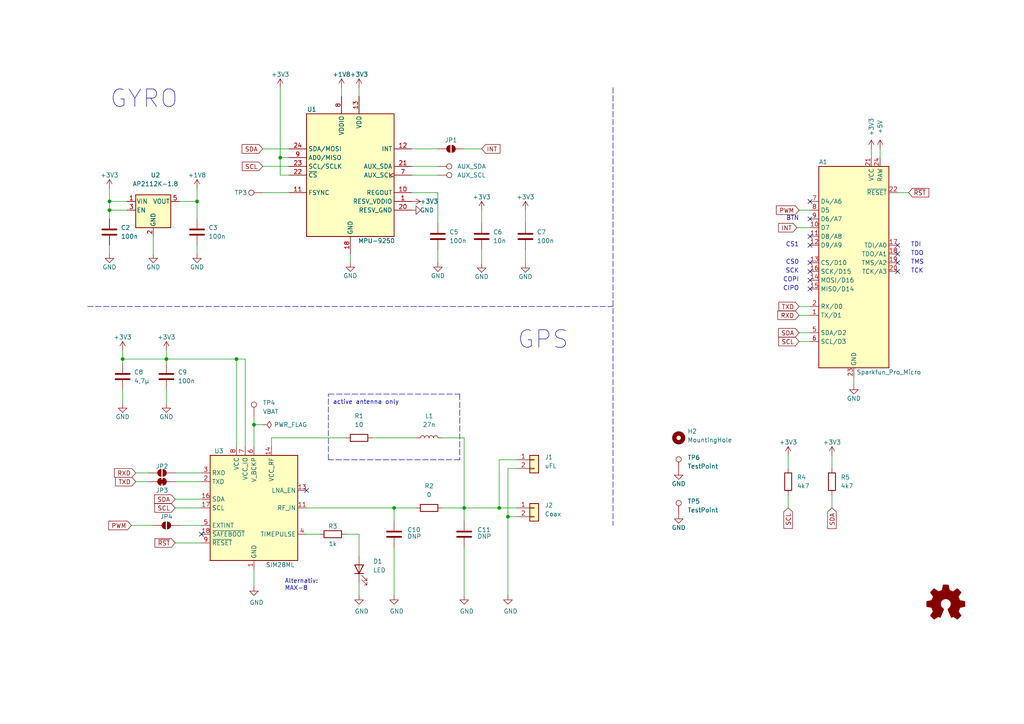
<source format=kicad_sch>
(kicad_sch (version 20231120) (generator "eeschema") (generator_version "8.0")
  (paper "A4")
  (title_block (title "ProMicro_POS") (date "2021-03-12") (rev "v3.4"))
  (lib_symbols
    (symbol "Connector:TestPoint" (pin_numbers hide) (pin_names (offset 0.762) hide)
      (property "Reference" "TP" (at 0 6.858 0))
      (property "Value" "TestPoint" (at 0 5.08 0))
      (symbol "TestPoint_0_1"
        (circle (center 0 3.302) (radius 0.762))
      )
      (symbol "TestPoint_1_1"
        (pin passive line (at 0 0 90) (length 2.54) (name "1") (number "1"))
      )
    )
    (symbol "Connector_Generic:Conn_01x02" (pin_names (offset 1.016) hide)
      (property "Reference" "J" (at 0 2.54 0))
      (property "Value" "Conn_01x02" (at 0 -5.08 0))
      (symbol "Conn_01x02_1_1"
        (rectangle (start -1.27 -2.413) (end 0 -2.667) (stroke (width 0.1524)))
        (rectangle (start -1.27 0.127) (end 0 -0.127) (stroke (width 0.1524)))
        (rectangle (start -1.27 1.27) (end 1.27 -3.81) (stroke (width 0.254)) (fill (type background)))
        (pin passive line (at -5.08 0 0) (length 3.81) (name "Pin_1") (number "1"))
        (pin passive line (at -5.08 -2.54 0) (length 3.81) (name "Pin_2") (number "2"))
      )
    )
    (symbol "Device:C" (pin_numbers hide) (pin_names (offset 0.254))
      (property "Reference" "C" (at 0.635 2.54 0))
      (property "Value" "C" (at 0.635 -2.54 0))
      (symbol "C_0_1"
        (polyline (pts (xy -2.032 -0.762) (xy 2.032 -0.762)) (stroke (width 0.508)))
        (polyline (pts (xy -2.032 0.762) (xy 2.032 0.762)) (stroke (width 0.508)))
      )
      (symbol "C_1_1"
        (pin passive line (at 0 3.81 270) (length 2.794) (name "~") (number "1"))
        (pin passive line (at 0 -3.81 90) (length 2.794) (name "~") (number "2"))
      )
    )
    (symbol "Device:L" (pin_numbers hide) (pin_names (offset 1.016) hide)
      (property "Reference" "L" (at -1.27 0 90))
      (property "Value" "L" (at 1.905 0 90))
      (symbol "L_0_1"
        (arc (start 0 -2.54) (mid 0.6323 -1.905) (end 0 -1.27))
        (arc (start 0 -1.27) (mid 0.6323 -0.635) (end 0 0))
        (arc (start 0 0) (mid 0.6323 0.635) (end 0 1.27))
        (arc (start 0 1.27) (mid 0.6323 1.905) (end 0 2.54))
      )
      (symbol "L_1_1"
        (pin passive line (at 0 3.81 270) (length 1.27) (name "1") (number "1"))
        (pin passive line (at 0 -3.81 90) (length 1.27) (name "2") (number "2"))
      )
    )
    (symbol "Device:LED" (pin_numbers hide) (pin_names (offset 1.016) hide)
      (property "Reference" "D" (at 0 2.54 0))
      (property "Value" "LED" (at 0 -2.54 0))
      (symbol "LED_0_1"
        (polyline (pts (xy -1.27 -1.27) (xy -1.27 1.27)) (stroke (width 0.254)))
        (polyline (pts (xy -1.27 0) (xy 1.27 0)))
        (polyline (pts (xy 1.27 -1.27) (xy 1.27 1.27) (xy -1.27 0) (xy 1.27 -1.27)) (stroke (width 0.254)))
        (polyline (pts (xy -3.048 -0.762) (xy -4.572 -2.286) (xy -3.81 -2.286) (xy -4.572 -2.286) (xy -4.572 -1.524)))
        (polyline (pts (xy -1.778 -0.762) (xy -3.302 -2.286) (xy -2.54 -2.286) (xy -3.302 -2.286) (xy -3.302 -1.524)))
      )
      (symbol "LED_1_1"
        (pin passive line (at -3.81 0 0) (length 2.54) (name "K") (number "1"))
        (pin passive line (at 3.81 0 180) (length 2.54) (name "A") (number "2"))
      )
    )
    (symbol "Device:R" (pin_numbers hide) (pin_names (offset 0))
      (property "Reference" "R" (at 2.032 0 90))
      (property "Value" "R" (at 0 0 90))
      (symbol "R_0_1"
        (rectangle (start -1.016 -2.54) (end 1.016 2.54) (stroke (width 0.254)))
      )
      (symbol "R_1_1"
        (pin passive line (at 0 3.81 270) (length 1.27) (name "~") (number "1"))
        (pin passive line (at 0 -3.81 90) (length 1.27) (name "~") (number "2"))
      )
    )
    (symbol "Graphic:Logo_Open_Hardware_Small" (in_bom no) (on_board no)
      (symbol "Logo_Open_Hardware_Small_0_1"
        (polyline (pts (xy 3.3528 -4.3434) (xy 3.302 -4.318) (xy 3.175 -4.2418) (xy 2.9972 -4.1148) (xy 2.7686 -3.9624) (xy 2.54 -3.81) (xy 2.3622 -3.7084) (xy 2.2352 -3.6068) (xy 2.1844 -3.5814) (xy 2.159 -3.6068) (xy 2.0574 -3.6576) (xy 1.905 -3.7338) (xy 1.8034 -3.7846) (xy 1.6764 -3.8354) (xy 1.6002 -3.8354) (xy 1.6002 -3.8354) (xy 1.5494 -3.7338) (xy 1.4732 -3.5306) (xy 1.3462 -3.302) (xy 1.2446 -3.0226) (xy 1.1176 -2.7178) (xy 0.9652 -2.413) (xy 0.8636 -2.1082) (xy 0.7366 -1.8288) (xy 0.6604 -1.6256) (xy 0.6096 -1.4732) (xy 0.5842 -1.397) (xy 0.5842 -1.397) (xy 0.6604 -1.3208) (xy 0.7874 -1.2446) (xy 1.0414 -1.016) (xy 1.2954 -0.6858) (xy 1.4478 -0.3302) (xy 1.524 0.0762) (xy 1.4732 0.4572) (xy 1.3208 0.8128) (xy 1.0668 1.143) (xy 0.762 1.3716) (xy 0.4064 1.524) (xy 0 1.5748) (xy -0.381 1.5494) (xy -0.7366 1.397) (xy -1.0668 1.143) (xy -1.2192 0.9906) (xy -1.397 0.6604) (xy -1.524 0.3048) (xy -1.524 0.2286) (xy -1.4986 -0.1778) (xy -1.397 -0.5334) (xy -1.1938 -0.8636) (xy -0.9144 -1.143) (xy -0.8636 -1.1684) (xy -0.7366 -1.27) (xy -0.635 -1.3462) (xy -0.5842 -1.397) (xy -1.0668 -2.5908) (xy -1.143 -2.794) (xy -1.2954 -3.1242) (xy -1.397 -3.4036) (xy -1.4986 -3.6322) (xy -1.5748 -3.7846) (xy -1.6002 -3.8354) (xy -1.6002 -3.8354) (xy -1.651 -3.8354) (xy -1.7272 -3.81) (xy -1.905 -3.7338) (xy -2.0066 -3.683) (xy -2.1336 -3.6068) (xy -2.2098 -3.5814) (xy -2.2606 -3.6068) (xy -2.3622 -3.683) (xy -2.54 -3.81) (xy -2.7686 -3.9624) (xy -2.9718 -4.0894) (xy -3.1496 -4.2164) (xy -3.302 -4.318) (xy -3.3528 -4.3434) (xy -3.3782 -4.3434) (xy -3.429 -4.318) (xy -3.5306 -4.2164) (xy -3.7084 -4.064) (xy -3.937 -3.8354) (xy -3.9624 -3.81) (xy -4.1656 -3.6068) (xy -4.318 -3.4544) (xy -4.4196 -3.3274) (xy -4.445 -3.2766) (xy -4.445 -3.2766) (xy -4.4196 -3.2258) (xy -4.318 -3.0734) (xy -4.2164 -2.8956) (xy -4.064 -2.667) (xy -3.6576 -2.0828) (xy -3.8862 -1.5494) (xy -3.937 -1.3716) (xy -4.0386 -1.1684) (xy -4.0894 -1.0414) (xy -4.1148 -0.9652) (xy -4.191 -0.9398) (xy -4.318 -0.9144) (xy -4.5466 -0.8636) (xy -4.8006 -0.8128) (xy -5.0546 -0.7874) (xy -5.2578 -0.7366) (xy -5.4356 -0.7112) (xy -5.5118 -0.6858) (xy -5.5118 -0.6858) (xy -5.5372 -0.635) (xy -5.5372 -0.5588) (xy -5.5372 -0.4318) (xy -5.5626 -0.2286) (xy -5.5626 0.0762) (xy -5.5626 0.127) (xy -5.5372 0.4064) (xy -5.5372 0.635) (xy -5.5372 0.762) (xy -5.5372 0.8382) (xy -5.5372 0.8382) (xy -5.461 0.8382) (xy -5.3086 0.889) (xy -5.08 0.9144) (xy -4.826 0.9652) (xy -4.8006 0.9906) (xy -4.5466 1.0414) (xy -4.318 1.0668) (xy -4.1656 1.1176) (xy -4.0894 1.143) (xy -4.0894 1.143) (xy -4.0386 1.2446) (xy -3.9624 1.4224) (xy -3.8608 1.6256) (xy -3.7846 1.8288) (xy -3.7084 2.0066) (xy -3.6576 2.159) (xy -3.6322 2.2098) (xy -3.6322 2.2098) (xy -3.683 2.286) (xy -3.7592 2.413) (xy -3.8862 2.5908) (xy -4.064 2.8194) (xy -4.064 2.8448) (xy -4.2164 3.0734) (xy -4.3434 3.2512) (xy -4.4196 3.3782) (xy -4.445 3.4544) (xy -4.445 3.4544) (xy -4.3942 3.5052) (xy -4.2926 3.6322) (xy -4.1148 3.81) (xy -3.937 4.0132) (xy -3.8608 4.064) (xy -3.6576 4.2926) (xy -3.5052 4.4196) (xy -3.4036 4.4958) (xy -3.3528 4.5212) (xy -3.3528 4.5212) (xy -3.302 4.4704) (xy -3.1496 4.3688) (xy -2.9718 4.2418) (xy -2.7432 4.0894) (xy -2.7178 4.0894) (xy -2.4892 3.937) (xy -2.3114 3.81) (xy -2.1844 3.7084) (xy -2.1336 3.683) (xy -2.1082 3.683) (xy -2.032 3.7084) (xy -1.8542 3.7592) (xy -1.6764 3.8354) (xy -1.4732 3.937) (xy -1.27 4.0132) (xy -1.143 4.064) (xy -1.0668 4.1148) (xy -1.0668 4.1148) (xy -1.0414 4.191) (xy -1.016 4.3434) (xy -0.9652 4.572) (xy -0.9144 4.8514) (xy -0.889 4.9022) (xy -0.8382 5.1562) (xy -0.8128 5.3848) (xy -0.7874 5.5372) (xy -0.762 5.588) (xy -0.7112 5.6134) (xy -0.5842 5.6134) (xy -0.4064 5.6134) (xy -0.1524 5.6134) (xy 0.0762 5.6134) (xy 0.3302 5.6134) (xy 0.5334 5.6134) (xy 0.6858 5.588) (xy 0.7366 5.588) (xy 0.7366 5.588) (xy 0.762 5.5118) (xy 0.8128 5.334) (xy 0.8382 5.1054) (xy 0.9144 4.826) (xy 0.9144 4.7752) (xy 0.9652 4.5212) (xy 1.016 4.2926) (xy 1.0414 4.1402) (xy 1.0668 4.0894) (xy 1.0668 4.0894) (xy 1.1938 4.0386) (xy 1.3716 3.9624) (xy 1.5748 3.8608) (xy 2.0828 3.6576) (xy 2.7178 4.0894) (xy 2.7686 4.1402) (xy 2.9972 4.2926) (xy 3.175 4.4196) (xy 3.302 4.4958) (xy 3.3782 4.5212) (xy 3.3782 4.5212) (xy 3.429 4.4704) (xy 3.556 4.3434) (xy 3.7338 4.191) (xy 3.9116 3.9878) (xy 4.064 3.8354) (xy 4.2418 3.6576) (xy 4.3434 3.556) (xy 4.4196 3.4798) (xy 4.4196 3.429) (xy 4.4196 3.4036) (xy 4.3942 3.3274) (xy 4.2926 3.2004) (xy 4.1656 2.9972) (xy 4.0132 2.794) (xy 3.8862 2.5908) (xy 3.7592 2.3876) (xy 3.6576 2.2352) (xy 3.6322 2.159) (xy 3.6322 2.1336) (xy 3.683 2.0066) (xy 3.7592 1.8288) (xy 3.8608 1.6002) (xy 4.064 1.1176) (xy 4.3942 1.0414) (xy 4.5974 1.016) (xy 4.8768 0.9652) (xy 5.1308 0.9144) (xy 5.5372 0.8382) (xy 5.5626 -0.6604) (xy 5.4864 -0.6858) (xy 5.4356 -0.6858) (xy 5.2832 -0.7366) (xy 5.0546 -0.762) (xy 4.8006 -0.8128) (xy 4.5974 -0.8636) (xy 4.3688 -0.9144) (xy 4.2164 -0.9398) (xy 4.1402 -0.9398) (xy 4.1148 -0.9652) (xy 4.064 -1.0668) (xy 3.9878 -1.2446) (xy 3.9116 -1.4478) (xy 3.81 -1.651) (xy 3.7338 -1.8542) (xy 3.683 -2.0066) (xy 3.6576 -2.0828) (xy 3.683 -2.1336) (xy 3.7846 -2.2606) (xy 3.8862 -2.4638) (xy 4.0386 -2.667) (xy 4.191 -2.8956) (xy 4.318 -3.0734) (xy 4.3942 -3.2004) (xy 4.445 -3.2766) (xy 4.4196 -3.3274) (xy 4.3434 -3.429) (xy 4.1656 -3.5814) (xy 3.937 -3.8354) (xy 3.8862 -3.8608) (xy 3.683 -4.064) (xy 3.5306 -4.2164) (xy 3.4036 -4.318) (xy 3.3528 -4.3434)) (fill (type outline)))
      )
    )
    (symbol "Jumper:SolderJumper_2_Bridged" (pin_numbers hide) (pin_names (offset 0) hide) (exclude_from_sim yes) (in_bom no)
      (property "Reference" "JP" (at 0 2.032 0))
      (property "Value" "SolderJumper_2_Bridged" (at 0 -2.54 0))
      (symbol "SolderJumper_2_Bridged_0_1"
        (rectangle (start -0.508 0.508) (end 0.508 -0.508) (fill (type outline)))
        (arc (start -0.254 1.016) (mid -1.2656 0) (end -0.254 -1.016))
        (arc (start -0.254 1.016) (mid -1.2656 0) (end -0.254 -1.016) (fill (type outline)))
        (polyline (pts (xy -0.254 1.016) (xy -0.254 -1.016)))
        (polyline (pts (xy 0.254 1.016) (xy 0.254 -1.016)))
        (arc (start 0.254 -1.016) (mid 1.2656 0) (end 0.254 1.016))
        (arc (start 0.254 -1.016) (mid 1.2656 0) (end 0.254 1.016) (fill (type outline)))
      )
      (symbol "SolderJumper_2_Bridged_1_1"
        (pin passive line (at -3.81 0 0) (length 2.54) (name "A") (number "1"))
        (pin passive line (at 3.81 0 180) (length 2.54) (name "B") (number "2"))
      )
    )
    (symbol "Jumper:SolderJumper_2_Open" (pin_numbers hide) (pin_names (offset 0) hide) (exclude_from_sim yes) (in_bom no)
      (property "Reference" "JP" (at 0 2.032 0))
      (property "Value" "SolderJumper_2_Open" (at 0 -2.54 0))
      (symbol "SolderJumper_2_Open_0_1"
        (arc (start -0.254 1.016) (mid -1.2656 0) (end -0.254 -1.016))
        (arc (start -0.254 1.016) (mid -1.2656 0) (end -0.254 -1.016) (fill (type outline)))
        (polyline (pts (xy -0.254 1.016) (xy -0.254 -1.016)))
        (polyline (pts (xy 0.254 1.016) (xy 0.254 -1.016)))
        (arc (start 0.254 -1.016) (mid 1.2656 0) (end 0.254 1.016))
        (arc (start 0.254 -1.016) (mid 1.2656 0) (end 0.254 1.016) (fill (type outline)))
      )
      (symbol "SolderJumper_2_Open_1_1"
        (pin passive line (at -3.81 0 0) (length 2.54) (name "A") (number "1"))
        (pin passive line (at 3.81 0 180) (length 2.54) (name "B") (number "2"))
      )
    )
    (symbol "Mechanical:MountingHole" (pin_names (offset 1.016)) (exclude_from_sim yes) (in_bom no)
      (property "Reference" "H" (at 0 5.08 0))
      (property "Value" "MountingHole" (at 0 3.175 0))
      (symbol "MountingHole_0_1"
        (circle (center 0 0) (radius 1.27) (stroke (width 1.27)))
      )
    )
    (symbol "POS-rescue:+1V8-power" (power) (pin_names (offset 0))
      (property "Value" "power_+1V8" (at 0 3.556 0))
      (symbol "+1V8-power_0_1"
        (polyline (pts (xy -0.762 1.27) (xy 0 2.54)))
        (polyline (pts (xy 0 0) (xy 0 2.54)))
        (polyline (pts (xy 0 2.54) (xy 0.762 1.27)))
      )
      (symbol "+1V8-power_1_1"
        (pin power_in line (at 0 0 90) (length 0) hide (name "+1V8") (number "1"))
      )
    )
    (symbol "POS-rescue:+3V3-power" (power) (pin_names (offset 0))
      (property "Value" "power_+3V3" (at 0 3.556 0))
      (symbol "+3V3-power_0_1"
        (polyline (pts (xy -0.762 1.27) (xy 0 2.54)))
        (polyline (pts (xy 0 0) (xy 0 2.54)))
        (polyline (pts (xy 0 2.54) (xy 0.762 1.27)))
      )
      (symbol "+3V3-power_1_1"
        (pin power_in line (at 0 0 90) (length 0) hide (name "+3V3") (number "1"))
      )
    )
    (symbol "POS-rescue:+5V-power" (power) (pin_names (offset 0))
      (property "Value" "power_+5V" (at 0 3.556 0))
      (symbol "+5V-power_0_1"
        (polyline (pts (xy -0.762 1.27) (xy 0 2.54)))
        (polyline (pts (xy 0 0) (xy 0 2.54)))
        (polyline (pts (xy 0 2.54) (xy 0.762 1.27)))
      )
      (symbol "+5V-power_1_1"
        (pin power_in line (at 0 0 90) (length 0) hide (name "+5V") (number "1"))
      )
    )
    (symbol "POS-rescue:AP2112K-1.8-Regulator_Linear" (pin_names (offset 0.254))
      (property "Reference" "U" (at -5.08 5.715 0))
      (property "Value" "Regulator_Linear_AP2112K-1.8" (at 0 5.715 0))
      (symbol "AP2112K-1.8-Regulator_Linear_0_1"
        (rectangle (start -5.08 4.445) (end 5.08 -5.08) (stroke (width 0.254)) (fill (type background)))
      )
      (symbol "AP2112K-1.8-Regulator_Linear_1_1"
        (pin power_in line (at -7.62 2.54 0) (length 2.54) (name "VIN") (number "1"))
        (pin power_in line (at 0 -7.62 90) (length 2.54) (name "GND") (number "2"))
        (pin input line (at -7.62 0 0) (length 2.54) (name "EN") (number "3"))
        (pin no_connect line (at 7.62 0 180) (length 2.54) hide (name "NC") (number "4"))
        (pin power_out line (at 7.62 2.54 180) (length 2.54) (name "VOUT") (number "5"))
      )
    )
    (symbol "POS-rescue:GND-power" (power) (pin_names (offset 0))
      (property "Value" "power_GND" (at 0 -3.81 0))
      (symbol "GND-power_0_1"
        (polyline (pts (xy 0 0) (xy 0 -1.27) (xy 1.27 -1.27) (xy 0 -2.54) (xy -1.27 -1.27) (xy 0 -1.27)))
      )
      (symbol "GND-power_1_1"
        (pin power_in line (at 0 0 270) (length 0) hide (name "GND") (number "1"))
      )
    )
    (symbol "POS-rescue:MPU-9250-Sensor_Motion"
      (property "Reference" "U" (at -11.43 19.05 0))
      (property "Value" "Sensor_Motion_MPU-9250" (at 7.62 -19.05 0))
      (symbol "MPU-9250-Sensor_Motion_0_1"
        (rectangle (start -12.7 17.78) (end 12.7 -17.78) (stroke (width 0.254)) (fill (type background)))
      )
      (symbol "MPU-9250-Sensor_Motion_1_1"
        (pin input line (at 17.78 -7.62 180) (length 5.08) (name "RESV_VDDIO") (number "1"))
        (pin passive line (at 17.78 -5.08 180) (length 5.08) (name "REGOUT") (number "10"))
        (pin input line (at -17.78 -5.08 0) (length 5.08) (name "FSYNC") (number "11"))
        (pin output line (at 17.78 7.62 180) (length 5.08) (name "INT") (number "12"))
        (pin power_in line (at 2.54 22.86 270) (length 5.08) (name "VDD") (number "13"))
        (pin power_in line (at 0 -22.86 90) (length 5.08) (name "GND") (number "18"))
        (pin power_in line (at 17.78 -10.16 180) (length 5.08) (name "RESV_GND") (number "20"))
        (pin bidirectional line (at 17.78 2.54 180) (length 5.08) (name "AUX_SDA") (number "21"))
        (pin input line (at -17.78 0 0) (length 5.08) (name "~{CS}") (number "22"))
        (pin input line (at -17.78 2.54 0) (length 5.08) (name "SCL/SCLK") (number "23"))
        (pin bidirectional line (at -17.78 7.62 0) (length 5.08) (name "SDA/MOSI") (number "24"))
        (pin output clock (at 17.78 0 180) (length 5.08) (name "AUX_SCL") (number "7"))
        (pin power_in line (at -2.54 22.86 270) (length 5.08) (name "VDDIO") (number "8"))
        (pin bidirectional line (at -17.78 5.08 0) (length 5.08) (name "AD0/MISO") (number "9"))
      )
    )
    (symbol "ProMicro:Sparkfun_Pro_Micro"
      (property "Reference" "A" (at -10.16 29.21 0))
      (property "Value" "Sparkfun_Pro_Micro" (at 2.54 -31.75 0))
      (symbol "Sparkfun_Pro_Micro_0_1"
        (rectangle (start -10.16 27.94) (end 10.16 -30.48) (stroke (width 0.254)) (fill (type background)))
      )
      (symbol "Sparkfun_Pro_Micro_1_1"
        (pin bidirectional line (at -12.7 -15.24 0) (length 2.54) (name "TX/D1") (number "1"))
        (pin bidirectional line (at -12.7 10.16 0) (length 2.54) (name "D7") (number "10"))
        (pin bidirectional line (at -12.7 7.62 0) (length 2.54) (name "D8/A8") (number "11"))
        (pin bidirectional line (at -12.7 5.08 0) (length 2.54) (name "D9/A9") (number "12"))
        (pin bidirectional line (at -12.7 0 0) (length 2.54) (name "CS/D10") (number "13"))
        (pin bidirectional line (at -12.7 -5.08 0) (length 2.54) (name "MOSI/D16") (number "14"))
        (pin bidirectional line (at -12.7 -7.62 0) (length 2.54) (name "MISO/D14") (number "15"))
        (pin bidirectional line (at -12.7 -2.54 0) (length 2.54) (name "SCK/D15") (number "16"))
        (pin bidirectional line (at 12.7 5.08 180) (length 2.54) (name "TDI/A0") (number "17"))
        (pin bidirectional line (at 12.7 2.54 180) (length 2.54) (name "TDO/A1") (number "18"))
        (pin bidirectional line (at 12.7 0 180) (length 2.54) (name "TMS/A2") (number "19"))
        (pin bidirectional line (at -12.7 -12.7 0) (length 2.54) (name "RX/D0") (number "2"))
        (pin bidirectional line (at 12.7 -2.54 180) (length 2.54) (name "TCK/A3") (number "20"))
        (pin power_in line (at 5.08 30.48 270) (length 2.54) (name "VCC") (number "21"))
        (pin input line (at 12.7 20.32 180) (length 2.54) (name "~{RESET}") (number "22"))
        (pin power_in line (at 0 -33.02 90) (length 2.54) (name "GND") (number "23"))
        (pin power_in line (at 7.62 30.48 270) (length 2.54) (name "RAW") (number "24"))
        (pin passive line (at 0 -33.02 90) (length 2.54) hide (name "GND") (number "3"))
        (pin passive line (at 0 -33.02 90) (length 2.54) hide (name "GND") (number "4"))
        (pin bidirectional line (at -12.7 -20.32 0) (length 2.54) (name "SDA/D2") (number "5"))
        (pin bidirectional line (at -12.7 -22.86 0) (length 2.54) (name "SCL/D3") (number "6"))
        (pin bidirectional line (at -12.7 17.78 0) (length 2.54) (name "D4/A6") (number "7"))
        (pin bidirectional line (at -12.7 15.24 0) (length 2.54) (name "D5") (number "8"))
        (pin bidirectional line (at -12.7 12.7 0) (length 2.54) (name "D6/A7") (number "9"))
      )
    )
    (symbol "RF_GPS:MAX-8C"
      (property "Reference" "U" (at -10.16 16.51 0))
      (property "Value" "MAX-8C" (at 11.43 16.51 0))
      (symbol "MAX-8C_0_1"
        (rectangle (start 12.7 15.24) (end -12.7 -15.24) (stroke (width 0.254)) (fill (type background)))
      )
      (symbol "MAX-8C_1_1"
        (pin power_in line (at 0 -17.78 90) (length 2.54) (name "GND") (number "1"))
        (pin passive line (at 0 -17.78 90) (length 2.54) hide (name "GND") (number "10"))
        (pin input line (at 15.24 0 180) (length 2.54) (name "RF_IN") (number "11"))
        (pin passive line (at 0 -17.78 90) (length 2.54) hide (name "GND") (number "12"))
        (pin output line (at 15.24 5.08 180) (length 2.54) (name "LNA_EN") (number "13"))
        (pin power_out line (at 5.08 17.78 270) (length 2.54) (name "VCC_RF") (number "14"))
        (pin no_connect line (at 12.7 -5.08 180) (length 2.54) hide (name "Reserved") (number "15"))
        (pin bidirectional line (at -15.24 2.54 0) (length 2.54) (name "SDA") (number "16"))
        (pin input line (at -15.24 0 0) (length 2.54) (name "SCL") (number "17"))
        (pin input line (at -15.24 -7.62 0) (length 2.54) (name "~{SAFEBOOT}") (number "18"))
        (pin output line (at -15.24 7.62 0) (length 2.54) (name "TXD") (number "2"))
        (pin input line (at -15.24 10.16 0) (length 2.54) (name "RXD") (number "3"))
        (pin output line (at 15.24 -7.62 180) (length 2.54) (name "TIMEPULSE") (number "4"))
        (pin input line (at -15.24 -5.08 0) (length 2.54) (name "EXTINT") (number "5"))
        (pin power_in line (at 0 17.78 270) (length 2.54) (name "V_BCKP") (number "6"))
        (pin power_in line (at -2.54 17.78 270) (length 2.54) (name "VCC_IO") (number "7"))
        (pin power_in line (at -5.08 17.78 270) (length 2.54) (name "VCC") (number "8"))
        (pin input line (at -15.24 -10.16 0) (length 2.54) (name "~{RESET}") (number "9"))
      )
    )
    (symbol "power:PWR_FLAG" (power) (pin_numbers hide) (pin_names (offset 0) hide)
      (property "Value" "PWR_FLAG" (at 0 3.81 0))
      (symbol "PWR_FLAG_0_0"
        (pin power_out line (at 0 0 90) (length 0) (name "~") (number "1"))
      )
      (symbol "PWR_FLAG_0_1"
        (polyline (pts (xy 0 0) (xy 0 1.27) (xy -1.016 1.905) (xy 0 2.54) (xy 1.016 1.905) (xy 0 1.27)))
      )
    )
  )
  (junction (at 147.32 149.86))
  (junction (at 144.78 147.32))
  (junction (at 134.62 147.32))
  (junction (at 81.28 45.72))
  (junction (at 114.3 147.32))
  (junction (at 35.56 104.14))
  (junction (at 68.58 104.14))
  (junction (at 57.15 58.42))
  (junction (at 31.75 60.96))
  (junction (at 31.75 58.42))
  (junction (at 48.26 104.14))
  (junction (at 73.66 123.19))
  (no_connect (at 234.95 76.2))
  (no_connect (at 234.95 68.58))
  (no_connect (at 234.95 71.12))
  (no_connect (at 234.95 78.74))
  (no_connect (at 234.95 83.82))
  (no_connect (at 88.9 142.24))
  (no_connect (at 260.35 73.66))
  (no_connect (at 260.35 76.2))
  (no_connect (at 58.42 154.94))
  (no_connect (at 260.35 71.12))
  (no_connect (at 234.95 63.5))
  (no_connect (at 234.95 58.42))
  (no_connect (at 234.95 81.28))
  (no_connect (at 260.35 78.74))
  (wire (pts (xy 241.3 143.51) (xy 241.3 147.32)))
  (wire (pts (xy 31.75 58.42) (xy 36.83 58.42)))
  (wire (pts (xy 228.6 143.51) (xy 228.6 147.32)))
  (wire (pts (xy 101.6 73.66) (xy 101.6 76.2)))
  (wire (pts (xy 139.7 72.39) (xy 139.7 76.454)))
  (wire (pts (xy 76.2 43.18) (xy 83.82 43.18)))
  (wire (pts (xy 52.07 152.4) (xy 58.42 152.4)))
  (wire (pts (xy 58.42 144.78) (xy 50.8 144.78)))
  (polyline (pts (xy 133.35 114.3) (xy 133.35 133.35)) (stroke (width 0) (type dash)))
  (polyline (pts (xy 95.25 133.35) (xy 95.25 114.3)) (stroke (width 0) (type dash)))
  (wire (pts (xy 48.26 104.14) (xy 48.26 105.41)))
  (wire (pts (xy 83.82 45.72) (xy 81.28 45.72)))
  (wire (pts (xy 36.83 60.96) (xy 31.75 60.96)))
  (wire (pts (xy 78.74 129.54) (xy 78.74 127)))
  (wire (pts (xy 57.15 58.42) (xy 57.15 63.5)))
  (wire (pts (xy 147.32 135.89) (xy 147.32 149.86)))
  (wire (pts (xy 57.15 73.66) (xy 57.15 71.12)))
  (wire (pts (xy 119.38 50.8) (xy 127 50.8)))
  (wire (pts (xy 139.7 60.96) (xy 139.7 64.77)))
  (wire (pts (xy 31.75 73.66) (xy 31.75 71.12)))
  (wire (pts (xy 76.2 55.88) (xy 83.82 55.88)))
  (wire (pts (xy 68.58 129.54) (xy 68.58 104.14)))
  (wire (pts (xy 119.38 43.18) (xy 127 43.18)))
  (wire (pts (xy 127 55.88) (xy 119.38 55.88)))
  (wire (pts (xy 76.2 48.26) (xy 83.82 48.26)))
  (wire (pts (xy 231.775 91.44) (xy 234.95 91.44)))
  (wire (pts (xy 114.3 147.32) (xy 114.3 151.13)))
  (wire (pts (xy 120.65 147.32) (xy 114.3 147.32)))
  (wire (pts (xy 78.74 127) (xy 100.33 127)))
  (wire (pts (xy 104.14 168.91) (xy 104.14 172.72)))
  (wire (pts (xy 81.28 25.4) (xy 81.28 45.72)))
  (wire (pts (xy 134.62 147.32) (xy 144.78 147.32)))
  (wire (pts (xy 39.37 137.16) (xy 43.18 137.16)))
  (wire (pts (xy 50.8 139.7) (xy 58.42 139.7)))
  (wire (pts (xy 234.95 96.52) (xy 231.775 96.52)))
  (wire (pts (xy 35.56 104.14) (xy 48.26 104.14)))
  (wire (pts (xy 31.75 54.61) (xy 31.75 58.42)))
  (wire (pts (xy 119.38 48.26) (xy 127 48.26)))
  (wire (pts (xy 88.9 147.32) (xy 114.3 147.32)))
  (wire (pts (xy 231.775 60.96) (xy 234.95 60.96)))
  (wire (pts (xy 104.14 25.4) (xy 104.14 27.94)))
  (wire (pts (xy 73.66 123.19) (xy 73.66 129.54)))
  (wire (pts (xy 231.14 66.04) (xy 234.95 66.04)))
  (wire (pts (xy 57.15 54.61) (xy 57.15 58.42)))
  (wire (pts (xy 104.14 154.94) (xy 100.33 154.94)))
  (wire (pts (xy 35.56 101.6) (xy 35.56 104.14)))
  (wire (pts (xy 71.12 104.14) (xy 68.58 104.14)))
  (wire (pts (xy 228.6 132.08) (xy 228.6 135.89)))
  (wire (pts (xy 252.73 43.18) (xy 252.73 45.72)))
  (wire (pts (xy 57.15 58.42) (xy 52.07 58.42)))
  (wire (pts (xy 71.12 129.54) (xy 71.12 104.14)))
  (wire (pts (xy 81.28 45.72) (xy 81.28 50.8)))
  (wire (pts (xy 44.45 68.58) (xy 44.45 73.66)))
  (wire (pts (xy 231.775 99.06) (xy 234.95 99.06)))
  (wire (pts (xy 241.3 132.08) (xy 241.3 135.89)))
  (wire (pts (xy 139.7 43.18) (xy 134.62 43.18)))
  (polyline (pts (xy 95.25 114.3) (xy 133.35 114.3)) (stroke (width 0) (type dash)))
  (wire (pts (xy 35.56 104.14) (xy 35.56 105.41)))
  (wire (pts (xy 128.27 127) (xy 134.62 127)))
  (wire (pts (xy 58.42 157.48) (xy 50.8 157.48)))
  (wire (pts (xy 107.95 127) (xy 120.65 127)))
  (wire (pts (xy 152.4 72.39) (xy 152.4 76.454)))
  (wire (pts (xy 73.66 120.65) (xy 73.66 123.19)))
  (wire (pts (xy 247.65 109.22) (xy 247.65 111.76)))
  (wire (pts (xy 39.37 139.7) (xy 43.18 139.7)))
  (wire (pts (xy 48.26 113.03) (xy 48.26 117.094)))
  (wire (pts (xy 99.06 25.4) (xy 99.06 27.94)))
  (wire (pts (xy 73.66 165.1) (xy 73.66 170.18)))
  (wire (pts (xy 31.75 58.42) (xy 31.75 60.96)))
  (polyline (pts (xy 25.4 88.9) (xy 177.8 88.9)) (stroke (width 0) (type dash)))
  (wire (pts (xy 88.9 154.94) (xy 92.71 154.94)))
  (polyline (pts (xy 177.8 25.4) (xy 177.8 152.4)) (stroke (width 0) (type dash)))
  (wire (pts (xy 38.1 152.4) (xy 44.45 152.4)))
  (wire (pts (xy 147.32 172.72) (xy 147.32 149.86)))
  (wire (pts (xy 234.95 88.9) (xy 231.775 88.9)))
  (wire (pts (xy 114.3 158.75) (xy 114.3 172.72)))
  (wire (pts (xy 127 64.77) (xy 127 55.88)))
  (wire (pts (xy 147.32 149.86) (xy 149.86 149.86)))
  (wire (pts (xy 134.62 127) (xy 134.62 147.32)))
  (wire (pts (xy 58.42 147.32) (xy 50.8 147.32)))
  (wire (pts (xy 152.4 60.96) (xy 152.4 64.77)))
  (wire (pts (xy 35.56 113.03) (xy 35.56 117.094)))
  (polyline (pts (xy 133.35 133.35) (xy 95.25 133.35)) (stroke (width 0) (type dash)))
  (wire (pts (xy 144.78 133.35) (xy 144.78 147.32)))
  (wire (pts (xy 149.86 133.35) (xy 144.78 133.35)))
  (wire (pts (xy 263.525 55.88) (xy 260.35 55.88)))
  (wire (pts (xy 134.62 147.32) (xy 128.27 147.32)))
  (wire (pts (xy 144.78 147.32) (xy 149.86 147.32)))
  (wire (pts (xy 48.26 101.6) (xy 48.26 104.14)))
  (wire (pts (xy 134.62 158.75) (xy 134.62 172.72)))
  (wire (pts (xy 255.27 43.18) (xy 255.27 45.72)))
  (wire (pts (xy 127 72.39) (xy 127 76.2)))
  (wire (pts (xy 68.58 104.14) (xy 48.26 104.14)))
  (wire (pts (xy 104.14 161.29) (xy 104.14 154.94)))
  (wire (pts (xy 134.62 151.13) (xy 134.62 147.32)))
  (wire (pts (xy 149.86 135.89) (xy 147.32 135.89)))
  (wire (pts (xy 31.75 60.96) (xy 31.75 63.5)))
  (wire (pts (xy 58.42 137.16) (xy 50.8 137.16)))
  (wire (pts (xy 81.28 50.8) (xy 83.82 50.8)))
  (wire (pts (xy 76.2 123.19) (xy 73.66 123.19)))
  (text "TMS" (at 264.16 76.835 0) (effects (font (size 1.27 1.27)) (justify left bottom)))
  (text "CIPO" (at 231.775 84.455 0) (effects (font (size 1.27 1.27)) (justify right bottom)))
  (text "CS1" (at 231.775 71.755 0) (effects (font (size 1.27 1.27)) (justify right bottom)))
  (text "TDI" (at 264.16 71.755 0) (effects (font (size 1.27 1.27)) (justify left bottom)))
  (text "GPS" (at 165.1 101.6 0) (effects (font (size 5.08 5.08)) (justify right bottom)))
  (text "TDO" (at 264.16 74.295 0) (effects (font (size 1.27 1.27)) (justify left bottom)))
  (text "BTN" (at 231.775 64.135 0) (effects (font (size 1.27 1.27)) (justify right bottom)))
  (text "GYRO" (at 31.75 31.75 0) (effects (font (size 5.08 5.08)) (justify left bottom)))
  (text "SCK" (at 231.775 79.375 0) (effects (font (size 1.27 1.27)) (justify right bottom)))
  (text "CS0" (at 231.775 76.835 0) (effects (font (size 1.27 1.27)) (justify right bottom)))
  (text "Alternativ:\nMAX-8" (at 82.55 171.45 0) (effects (font (size 1.27 1.27)) (justify left bottom)))
  (text "TCK" (at 264.16 79.375 0) (effects (font (size 1.27 1.27)) (justify left bottom)))
  (text "active antenna only" (at 96.52 117.475 0) (effects (font (size 1.27 1.27)) (justify left bottom)))
  (text "COPI" (at 231.775 81.915 0) (effects (font (size 1.27 1.27)) (justify right bottom)))
  (global_label "TXD" (shape input) (at 231.775 88.9 180) (property "Intersheetrefs" "${INTERSHEET_REFS}" (effects (hide yes))))
  (global_label "INT" (shape input) (at 231.14 66.04 180) (property "Intersheetrefs" "${INTERSHEET_REFS}" (effects (hide yes))))
  (global_label "SDA" (shape input) (at 50.8 144.78 180) (property "Intersheetrefs" "${INTERSHEET_REFS}" (effects (hide yes))))
  (global_label "RXD" (shape input) (at 39.37 137.16 180) (property "Intersheetrefs" "${INTERSHEET_REFS}" (effects (hide yes))))
  (global_label "SDA" (shape input) (at 241.3 147.32 270) (property "Intersheetrefs" "${INTERSHEET_REFS}" (effects (hide yes))))
  (global_label "~{RST}" (shape input) (at 263.525 55.88 0) (property "Intersheetrefs" "${INTERSHEET_REFS}" (effects (hide yes))))
  (global_label "SDA" (shape input) (at 231.775 96.52 180) (property "Intersheetrefs" "${INTERSHEET_REFS}" (effects (hide yes))))
  (global_label "SCL" (shape input) (at 231.775 99.06 180) (property "Intersheetrefs" "${INTERSHEET_REFS}" (effects (hide yes))))
  (global_label "INT" (shape input) (at 139.7 43.18 0) (property "Intersheetrefs" "${INTERSHEET_REFS}" (effects (hide yes))))
  (global_label "~{RST}" (shape input) (at 50.8 157.48 180) (property "Intersheetrefs" "${INTERSHEET_REFS}" (effects (hide yes))))
  (global_label "TXD" (shape input) (at 39.37 139.7 180) (property "Intersheetrefs" "${INTERSHEET_REFS}" (effects (hide yes))))
  (global_label "RXD" (shape input) (at 231.775 91.44 180) (property "Intersheetrefs" "${INTERSHEET_REFS}" (effects (hide yes))))
  (global_label "SDA" (shape input) (at 76.2 43.18 180) (property "Intersheetrefs" "${INTERSHEET_REFS}" (effects (hide yes))))
  (global_label "SCL" (shape input) (at 50.8 147.32 180) (property "Intersheetrefs" "${INTERSHEET_REFS}" (effects (hide yes))))
  (global_label "SCL" (shape input) (at 228.6 147.32 270) (property "Intersheetrefs" "${INTERSHEET_REFS}" (effects (hide yes))))
  (global_label "SCL" (shape input) (at 76.2 48.26 180) (property "Intersheetrefs" "${INTERSHEET_REFS}" (effects (hide yes))))
  (global_label "PWM" (shape input) (at 38.1 152.4 180) (property "Intersheetrefs" "${INTERSHEET_REFS}" (effects (hide yes))))
  (global_label "PWM" (shape input) (at 231.775 60.96 180) (property "Intersheetrefs" "${INTERSHEET_REFS}" (effects (hide yes))))
  (symbol (lib_id "POS-rescue:MPU-9250-Sensor_Motion") (at 101.6 50.8 0) (unit 1)
    (property "Reference" "U1" (at 90.424 31.75 0))
    (property "Value" "MPU-9250" (at 109.22 69.85 0))
    (property "Footprint" "Sensor_Motion:InvenSense_QFN-24_3x3mm_P0.4mm" (effects (hide yes)))
    (property "Datasheet" "https://store.invensense.com/datasheets/invensense/MPU9250REV1.0.pdf" (effects (hide yes)))
    (property "MPN" "MPU-9250" (effects (hide yes)))
    (property "LCSC#" "C71459" (effects (hide yes)))
    (property "Variant" "-GPS,+GYRO" (effects (hide yes)))
  )
  (symbol (lib_id "POS-rescue:GND-power") (at 247.65 111.76 0) (unit 1)
    (property "Reference" "#PWR0101" (effects (hide yes)))
    (property "Value" "GND" (at 247.65 115.57 0))
  )
  (symbol (lib_id "POS-rescue:GND-power") (at 101.6 76.2 0) (unit 1)
    (property "Reference" "#PWR017" (effects (hide yes)))
    (property "Value" "GND" (at 101.6 80.01 0))
  )
  (symbol (lib_id "POS-rescue:+3V3-power") (at 104.14 25.4 0) (unit 1)
    (property "Reference" "#PWR03" (effects (hide yes)))
    (property "Value" "+3V3" (at 104.14 21.59 0))
  )
  (symbol (lib_id "Device:C") (at 139.7 68.58 0) (unit 1)
    (property "Reference" "C6" (at 143.002 67.31 0) (effects (justify left)))
    (property "Value" "10n" (at 143.002 69.85 0) (effects (justify left)))
    (property "Footprint" "Capacitor_SMD:C_0603_1608Metric" (effects (hide yes)))
    (property "MPN" "CL05B103KB5NNNC" (effects (hide yes)))
    (property "LCSC#" "C15195" (effects (hide yes)))
    (property "Variant" "-GPS,+GYRO" (effects (hide yes)))
  )
  (symbol (lib_id "POS-rescue:+3V3-power") (at 139.7 60.96 0) (unit 1)
    (property "Reference" "#PWR011" (effects (hide yes)))
    (property "Value" "+3V3" (at 139.7 57.15 0))
  )
  (symbol (lib_id "POS-rescue:GND-power") (at 139.7 76.454 0) (unit 1)
    (property "Reference" "#PWR019" (effects (hide yes)))
    (property "Value" "GND" (at 139.7 80.264 0))
  )
  (symbol (lib_id "POS-rescue:+3V3-power") (at 152.4 60.96 0) (unit 1)
    (property "Reference" "#PWR012" (effects (hide yes)))
    (property "Value" "+3V3" (at 152.4 57.15 0))
  )
  (symbol (lib_id "POS-rescue:GND-power") (at 152.4 76.454 0) (unit 1)
    (property "Reference" "#PWR020" (effects (hide yes)))
    (property "Value" "GND" (at 152.4 80.264 0))
  )
  (symbol (lib_id "POS-rescue:+3V3-power") (at 252.73 43.18 0) (unit 1)
    (property "Reference" "#PWR0102" (effects (hide yes)))
    (property "Value" "+3V3" (at 252.73 36.83 90))
  )
  (symbol (lib_id "POS-rescue:+3V3-power") (at 31.75 54.61 0) (unit 1)
    (property "Reference" "#PWR06" (effects (hide yes)))
    (property "Value" "+3V3" (at 31.75 50.8 0))
  )
  (symbol (lib_id "Device:C") (at 127 68.58 0) (unit 1)
    (property "Reference" "C5" (at 130.302 67.31 0) (effects (justify left)))
    (property "Value" "100n" (at 130.302 69.85 0) (effects (justify left)))
    (property "Footprint" "Capacitor_SMD:C_0603_1608Metric" (effects (hide yes)))
    (property "MPN" "CL05B104KO5NNNC" (effects (hide yes)))
    (property "LCSC#" "C1525" (effects (hide yes)))
    (property "Variant" "-GPS,+GYRO" (effects (hide yes)))
  )
  (symbol (lib_id "POS-rescue:GND-power") (at 119.38 60.96 90) (unit 1)
    (property "Reference" "#PWR010" (effects (hide yes)))
    (property "Value" "GND" (at 123.825 60.96 90))
  )
  (symbol (lib_id "Connector:TestPoint") (at 127 48.26 270) (unit 1)
    (property "Reference" "TP1" (effects (hide yes)))
    (property "Value" "AUX_SDA" (at 132.588 48.26 90) (effects (justify left)))
    (property "Footprint" "TestPoint:TestPoint_Pad_D1.5mm" (effects (hide yes)))
  )
  (symbol (lib_id "Connector:TestPoint") (at 127 50.8 270) (unit 1)
    (property "Reference" "TP2" (effects (hide yes)))
    (property "Value" "AUX_SCL" (at 132.588 50.8 90) (effects (justify left)))
    (property "Footprint" "TestPoint:TestPoint_Pad_D1.5mm" (effects (hide yes)))
  )
  (symbol (lib_id "Connector:TestPoint") (at 76.2 55.88 90) (unit 1)
    (property "Reference" "TP3" (at 69.85 55.88 90))
    (property "Value" "FSYNC" (effects (hide yes)))
    (property "Footprint" "TestPoint:TestPoint_Pad_D1.5mm" (effects (hide yes)))
  )
  (symbol (lib_id "RF_GPS:MAX-8C") (at 73.66 147.32 0) (unit 1)
    (property "Reference" "U3" (at 63.5 130.81 0))
    (property "Value" "SIM28ML" (at 81.28 163.83 0))
    (property "Footprint" "RF_GPS:ublox_MAX" (effects (hide yes)))
    (property "Datasheet" "https://www.u-blox.com/sites/default/files/MAX-8_DataSheet_%28UBX-16000093%29.pdf" (effects (hide yes)))
    (property "MPN" "MAX-8C-0-10" (effects (hide yes)))
    (property "Variant" "+GPS,-GYRO" (effects (hide yes)))
  )
  (symbol (lib_id "POS-rescue:GND-power") (at 73.66 170.18 0) (unit 1)
    (property "Reference" "#PWR027" (effects (hide yes)))
    (property "Value" "GND" (at 74.422 174.752 0))
  )
  (symbol (lib_id "Device:R") (at 124.46 147.32 270) (unit 1)
    (property "Reference" "R2" (at 124.46 140.97 90))
    (property "Value" "0" (at 124.46 143.51 90))
    (property "Footprint" "Resistor_SMD:R_0603_1608Metric" (effects (hide yes)))
    (property "MPN" "0402WGF0000TCE" (effects (hide yes)))
    (property "LCSC#" "C17168" (effects (hide yes)))
    (property "Variant" "+GPS,-GYRO" (effects (hide yes)))
  )
  (symbol (lib_id "Device:C") (at 114.3 154.94 0) (unit 1)
    (property "Reference" "C10" (at 118.11 153.67 0) (effects (justify left)))
    (property "Value" "DNP" (at 118.11 155.575 0) (effects (justify left)))
    (property "Footprint" "Capacitor_SMD:C_0603_1608Metric" (effects (hide yes)))
    (property "Variant" "+GPS,-GYRO" (effects (hide yes)))
  )
  (symbol (lib_id "Device:C") (at 134.62 154.94 0) (unit 1)
    (property "Reference" "C11" (at 138.43 153.67 0) (effects (justify left)))
    (property "Value" "DNP" (at 138.43 155.575 0) (effects (justify left)))
    (property "Footprint" "Capacitor_SMD:C_0603_1608Metric" (effects (hide yes)))
    (property "Variant" "+GPS,-GYRO" (effects (hide yes)))
  )
  (symbol (lib_id "POS-rescue:GND-power") (at 114.3 172.72 0) (unit 1)
    (property "Reference" "#PWR029" (effects (hide yes)))
    (property "Value" "GND" (at 115.062 177.292 0))
  )
  (symbol (lib_id "POS-rescue:GND-power") (at 134.62 172.72 0) (unit 1)
    (property "Reference" "#PWR030" (effects (hide yes)))
    (property "Value" "GND" (at 135.382 177.292 0))
  )
  (symbol (lib_id "Connector_Generic:Conn_01x02") (at 154.94 147.32 0) (unit 1)
    (property "Reference" "J2" (at 157.988 146.558 0) (effects (justify left)))
    (property "Value" "Coax" (at 157.988 149.098 0) (effects (justify left)))
    (property "Footprint" "Connector_Coaxial:SMA_Samtec_SMA-J-P-H-ST-EM1_EdgeMount" (effects (hide yes)))
    (property "Variant" "+GPS,-GYRO" (effects (hide yes)))
  )
  (symbol (lib_id "POS-rescue:GND-power") (at 147.32 172.72 0) (unit 1)
    (property "Reference" "#PWR031" (effects (hide yes)))
    (property "Value" "GND" (at 148.082 177.292 0))
  )
  (symbol (lib_id "Device:L") (at 124.46 127 90) (unit 1)
    (property "Reference" "L1" (at 124.46 120.65 90))
    (property "Value" "27n" (at 124.46 123.19 90))
    (property "Footprint" "Inductor_SMD:L_0603_1608Metric" (effects (hide yes)))
    (property "Variant" "+GPS,-GYRO" (effects (hide yes)))
  )
  (symbol (lib_id "Device:R") (at 104.14 127 270) (unit 1)
    (property "Reference" "R1" (at 104.14 120.65 90))
    (property "Value" "10" (at 104.14 123.19 90))
    (property "Footprint" "Resistor_SMD:R_0603_1608Metric" (effects (hide yes)))
    (property "Variant" "+GPS,-GYRO" (effects (hide yes)))
  )
  (symbol (lib_id "POS-rescue:+3V3-power") (at 241.3 132.08 0) (unit 1)
    (property "Reference" "#PWR0111" (effects (hide yes)))
    (property "Value" "+3V3" (at 241.3 128.27 0))
  )
  (symbol (lib_id "POS-rescue:+3V3-power") (at 228.6 132.08 0) (unit 1)
    (property "Reference" "#PWR0112" (effects (hide yes)))
    (property "Value" "+3V3" (at 228.6 128.27 0))
  )
  (symbol (lib_id "POS-rescue:+3V3-power") (at 48.26 101.6 0) (unit 1)
    (property "Reference" "#PWR022" (effects (hide yes)))
    (property "Value" "+3V3" (at 48.26 97.79 0))
  )
  (symbol (lib_id "POS-rescue:GND-power") (at 48.26 117.094 0) (unit 1)
    (property "Reference" "#PWR024" (effects (hide yes)))
    (property "Value" "GND" (at 48.26 120.904 0))
  )
  (symbol (lib_id "Graphic:Logo_Open_Hardware_Small") (at 274.32 175.26 0) (unit 1)
    (property "Reference" "LOGO1" (effects (hide yes)))
    (property "Value" "Logo_Open_Hardware_Small" (effects (hide yes)))
    (property "Footprint" "Symbol:OSHW-Symbol_6.7x6mm_SilkScreen" (effects (hide yes)))
  )
  (symbol (lib_id "Device:C") (at 35.56 109.22 0) (unit 1)
    (property "Reference" "C8" (at 38.862 107.95 0) (effects (justify left)))
    (property "Value" "4,7µ" (at 38.862 110.49 0) (effects (justify left)))
    (property "Footprint" "Capacitor_SMD:C_0603_1608Metric" (effects (hide yes)))
    (property "MPN" "CL10A475KO8NNNC" (effects (hide yes)))
    (property "LCSC#" "C19666" (effects (hide yes)))
    (property "Variant" "+GPS,-GYRO" (effects (hide yes)))
  )
  (symbol (lib_id "POS-rescue:GND-power") (at 35.56 117.094 0) (unit 1)
    (property "Reference" "#PWR023" (effects (hide yes)))
    (property "Value" "GND" (at 35.56 120.904 0))
  )
  (symbol (lib_id "POS-rescue:+3V3-power") (at 35.56 101.6 0) (unit 1)
    (property "Reference" "#PWR021" (effects (hide yes)))
    (property "Value" "+3V3" (at 35.56 97.79 0))
  )
  (symbol (lib_id "Device:R") (at 96.52 154.94 270) (unit 1)
    (property "Reference" "R3" (at 96.52 152.654 90))
    (property "Value" "1k" (at 96.52 157.734 90))
    (property "Footprint" "Resistor_SMD:R_0603_1608Metric" (effects (hide yes)))
    (property "MPN" "0402WGF1001TCE" (effects (hide yes)))
    (property "LCSC#" "C11702" (effects (hide yes)))
    (property "Variant" "+GPS,-GYRO" (effects (hide yes)))
  )
  (symbol (lib_id "Device:LED") (at 104.14 165.1 90) (unit 1)
    (property "Reference" "D1" (at 108.204 162.814 90) (effects (justify right)))
    (property "Value" "LED" (at 108.204 165.354 90) (effects (justify right)))
    (property "Footprint" "LED_SMD:LED_0603_1608Metric" (effects (hide yes)))
    (property "MPN" "19-217/BHC-ZL1M2RY/3T" (effects (hide yes)))
    (property "LCSC#" "C72041" (effects (hide yes)))
    (property "Variant" "+GPS,-GYRO" (effects (hide yes)))
  )
  (symbol (lib_id "POS-rescue:GND-power") (at 104.14 172.72 0) (unit 1)
    (property "Reference" "#PWR028" (effects (hide yes)))
    (property "Value" "GND" (at 104.902 177.292 0))
  )
  (symbol (lib_id "Jumper:SolderJumper_2_Open") (at 48.26 152.4 0) (unit 1)
    (property "Reference" "JP4" (at 48.26 149.86 0))
    (property "Value" "SolderJumper_2_Open" (effects (hide yes)))
    (property "Footprint" "Jumper:SolderJumper-2_P1.3mm_Open_RoundedPad1.0x1.5mm" (effects (hide yes)))
    (property "Variant" "DNP" (effects (hide yes)))
  )
  (symbol (lib_id "Connector_Generic:Conn_01x02") (at 154.94 133.35 0) (unit 1)
    (property "Reference" "J1" (at 157.988 132.588 0) (effects (justify left)))
    (property "Value" "uFL" (at 157.988 135.128 0) (effects (justify left)))
    (property "Footprint" "Connector_Coaxial:U.FL_Hirose_U.FL-R-SMT-1_Vertical" (effects (hide yes)))
    (property "Variant" "+GPS,-GYRO" (effects (hide yes)))
  )
  (symbol (lib_id "POS-rescue:GND-power") (at 127 76.2 0) (unit 1)
    (property "Reference" "#PWR018" (effects (hide yes)))
    (property "Value" "GND" (at 127 80.01 0))
  )
  (symbol (lib_id "Connector:TestPoint") (at 196.85 149.225 0) (unit 1)
    (property "Reference" "TP5" (at 199.39 145.415 0) (effects (justify left)))
    (property "Value" "TestPoint" (at 199.39 147.955 0) (effects (justify left)))
    (property "Footprint" "TestPoint:TestPoint_Pad_1.5x1.5mm" (effects (hide yes)))
  )
  (symbol (lib_id "Connector:TestPoint") (at 196.85 136.525 0) (unit 1)
    (property "Reference" "TP6" (at 199.39 132.715 0) (effects (justify left)))
    (property "Value" "TestPoint" (at 199.39 135.255 0) (effects (justify left)))
    (property "Footprint" "TestPoint:TestPoint_Pad_1.5x1.5mm" (effects (hide yes)))
  )
  (symbol (lib_id "POS-rescue:GND-power") (at 196.85 149.225 0) (unit 1)
    (property "Reference" "#PWR025" (effects (hide yes)))
    (property "Value" "GND" (at 196.85 153.035 0))
  )
  (symbol (lib_id "POS-rescue:GND-power") (at 196.85 136.525 0) (unit 1)
    (property "Reference" "#PWR026" (effects (hide yes)))
    (property "Value" "GND" (at 196.85 140.335 0))
  )
  (symbol (lib_id "Jumper:SolderJumper_2_Open") (at 130.81 43.18 0) (unit 1)
    (property "Reference" "JP1" (at 130.81 40.64 0))
    (property "Value" "SolderJumper_2_Open" (effects (hide yes)))
    (property "Footprint" "Jumper:SolderJumper-2_P1.3mm_Open_RoundedPad1.0x1.5mm" (effects (hide yes)))
    (property "Variant" "DNP" (effects (hide yes)))
    (property "Variant" "DNP" (effects (hide yes)))
  )
  (symbol (lib_id "POS-rescue:+3V3-power") (at 119.38 58.42 270) (unit 1)
    (property "Reference" "#PWR08" (effects (hide yes)))
    (property "Value" "+3V3" (at 124.46 58.42 90))
  )
  (symbol (lib_id "Jumper:SolderJumper_2_Open") (at 46.99 137.16 180) (unit 1)
    (property "Reference" "JP2" (at 46.99 135.255 0))
    (property "Value" "Jumper_NO_Small" (effects (hide yes)))
    (property "Footprint" "Jumper:SolderJumper-2_P1.3mm_Open_RoundedPad1.0x1.5mm" (effects (hide yes)))
    (property "Variant" "DNP" (effects (hide yes)))
  )
  (symbol (lib_id "Jumper:SolderJumper_2_Bridged") (at 46.99 139.7 180) (unit 1)
    (property "Reference" "JP3" (at 46.99 142.24 0))
    (property "Value" "Jumper_NC_Small" (effects (hide yes)))
    (property "Footprint" "Jumper:SolderJumper-2_P1.3mm_Bridged_RoundedPad1.0x1.5mm" (effects (hide yes)))
    (property "Variant" "DNP" (effects (hide yes)))
  )
  (symbol (lib_id "Device:C") (at 152.4 68.58 0) (unit 1)
    (property "Reference" "C7" (at 155.702 67.31 0) (effects (justify left)))
    (property "Value" "100n" (at 155.702 69.85 0) (effects (justify left)))
    (property "Footprint" "Capacitor_SMD:C_0603_1608Metric" (effects (hide yes)))
    (property "MPN" "CL05B104KO5NNNC" (effects (hide yes)))
    (property "LCSC#" "C1525" (effects (hide yes)))
    (property "Variant" "-GPS,+GYRO" (effects (hide yes)))
  )
  (symbol (lib_id "Device:C") (at 48.26 109.22 0) (unit 1)
    (property "Reference" "C9" (at 51.562 107.95 0) (effects (justify left)))
    (property "Value" "100n" (at 51.562 110.49 0) (effects (justify left)))
    (property "Footprint" "Capacitor_SMD:C_0603_1608Metric" (effects (hide yes)))
    (property "MPN" "CL05B104KO5NNNC" (effects (hide yes)))
    (property "LCSC#" "C1525" (effects (hide yes)))
    (property "Variant" "+GPS,-GYRO" (effects (hide yes)))
  )
  (symbol (lib_id "Connector:TestPoint") (at 73.66 120.65 0) (unit 1)
    (property "Reference" "TP4" (at 76.2 116.84 0) (effects (justify left)))
    (property "Value" "VBAT" (at 76.2 119.38 0) (effects (justify left)))
    (property "Footprint" "TestPoint:TestPoint_THTPad_D1.5mm_Drill0.7mm" (effects (hide yes)))
  )
  (symbol (lib_id "Mechanical:MountingHole") (at 196.85 127 0) (unit 1)
    (property "Reference" "H2" (at 199.39 125.095 0) (effects (justify left)))
    (property "Value" "MountingHole" (at 199.39 127.635 0) (effects (justify left)))
    (property "Footprint" "MountingHole:MountingHole_2.1mm" (effects (hide yes)))
  )
  (symbol (lib_id "POS-rescue:+1V8-power") (at 57.15 54.61 0) (unit 1)
    (property "Reference" "#PWR07" (effects (hide yes)))
    (property "Value" "+1V8" (at 57.15 50.8 0))
  )
  (symbol (lib_id "Device:R") (at 241.3 139.7 0) (unit 1)
    (property "Reference" "R5" (at 243.84 138.43 0) (effects (justify left)))
    (property "Value" "4k7" (at 243.84 140.97 0) (effects (justify left)))
    (property "Footprint" "Resistor_SMD:R_0603_1608Metric" (effects (hide yes)))
    (property "MPN" "0402WGF4701TCE" (effects (hide yes)))
    (property "LCSC#" "C25900" (effects (hide yes)))
    (property "Variant" "DNP" (effects (hide yes)))
  )
  (symbol (lib_id "Device:R") (at 228.6 139.7 0) (unit 1)
    (property "Reference" "R4" (at 231.14 138.43 0) (effects (justify left)))
    (property "Value" "4k7" (at 231.14 140.97 0) (effects (justify left)))
    (property "Footprint" "Resistor_SMD:R_0603_1608Metric" (effects (hide yes)))
    (property "MPN" "0402WGF4701TCE" (effects (hide yes)))
    (property "LCSC#" "C25900" (effects (hide yes)))
    (property "Variant" "DNP" (effects (hide yes)))
  )
  (symbol (lib_id "Device:C") (at 31.75 67.31 0) (unit 1)
    (property "Reference" "C2" (at 35.052 66.04 0) (effects (justify left)))
    (property "Value" "100n" (at 35.052 68.58 0) (effects (justify left)))
    (property "Footprint" "Capacitor_SMD:C_0603_1608Metric" (effects (hide yes)))
    (property "MPN" "CL05B104KO5NNNC" (effects (hide yes)))
    (property "LCSC#" "C1525" (effects (hide yes)))
    (property "Variant" "-GPS,+GYRO" (effects (hide yes)))
  )
  (symbol (lib_id "Device:C") (at 57.15 67.31 0) (unit 1)
    (property "Reference" "C3" (at 60.452 66.04 0) (effects (justify left)))
    (property "Value" "100n" (at 60.452 68.58 0) (effects (justify left)))
    (property "Footprint" "Capacitor_SMD:C_0603_1608Metric" (effects (hide yes)))
    (property "MPN" "CL05B104KO5NNNC" (effects (hide yes)))
    (property "LCSC#" "C1525" (effects (hide yes)))
    (property "Variant" "-GPS,+GYRO" (effects (hide yes)))
  )
  (symbol (lib_id "POS-rescue:GND-power") (at 31.75 73.66 0) (unit 1)
    (property "Reference" "#PWR013" (effects (hide yes)))
    (property "Value" "GND" (at 31.75 77.47 0))
  )
  (symbol (lib_id "POS-rescue:GND-power") (at 44.45 73.66 0) (unit 1)
    (property "Reference" "#PWR014" (effects (hide yes)))
    (property "Value" "GND" (at 44.45 77.47 0))
  )
  (symbol (lib_id "POS-rescue:GND-power") (at 57.15 73.66 0) (unit 1)
    (property "Reference" "#PWR015" (effects (hide yes)))
    (property "Value" "GND" (at 57.15 77.47 0))
  )
  (symbol (lib_id "POS-rescue:+1V8-power") (at 99.06 25.4 0) (unit 1)
    (property "Reference" "#PWR02" (effects (hide yes)))
    (property "Value" "+1V8" (at 99.06 21.59 0))
  )
  (symbol (lib_id "POS-rescue:+3V3-power") (at 81.28 25.4 0) (unit 1)
    (property "Reference" "#PWR01" (effects (hide yes)))
    (property "Value" "+3V3" (at 81.28 21.59 0))
  )
  (symbol (lib_id "POS-rescue:AP2112K-1.8-Regulator_Linear") (at 44.45 60.96 0) (unit 1)
    (property "Reference" "U2" (at 45.085 50.8 0))
    (property "Value" "AP2112K-1.8" (at 45.085 53.34 0))
    (property "Footprint" "Package_TO_SOT_SMD:SOT-23-5" (effects (hide yes)))
    (property "Datasheet" "https://www.diodes.com/assets/Datasheets/AP2112.pdf" (effects (hide yes)))
    (property "Variant" "-GPS,+GYRO" (effects (hide yes)))
  )
  (symbol (lib_id "ProMicro:Sparkfun_Pro_Micro") (at 247.65 76.2 0) (unit 1)
    (property "Reference" "A1" (at 238.76 46.99 0))
    (property "Value" "Sparkfun_Pro_Micro" (at 257.81 107.95 0))
    (property "Footprint" "Module:Sparkfun_Pro_Micro" (effects (hide yes)))
    (property "Datasheet" "https://cdn.sparkfun.com/datasheets/Dev/Arduino/Boards/Pro_Micro_v13b.pdf" (effects (hide yes)))
    (property "Variant" "DNP" (effects (hide yes)))
  )
  (symbol (lib_id "POS-rescue:+5V-power") (at 255.27 43.18 0) (unit 1)
    (property "Reference" "#PWR0103" (effects (hide yes)))
    (property "Value" "+5V" (at 255.27 36.83 90))
  )
  (symbol (lib_id "power:PWR_FLAG") (at 76.2 123.19 270) (unit 1)
    (property "Reference" "#FLG0104" (effects (hide yes)))
    (property "Value" "PWR_FLAG" (at 79.4512 123.19 90) (effects (justify left)))
  )
)
</source>
